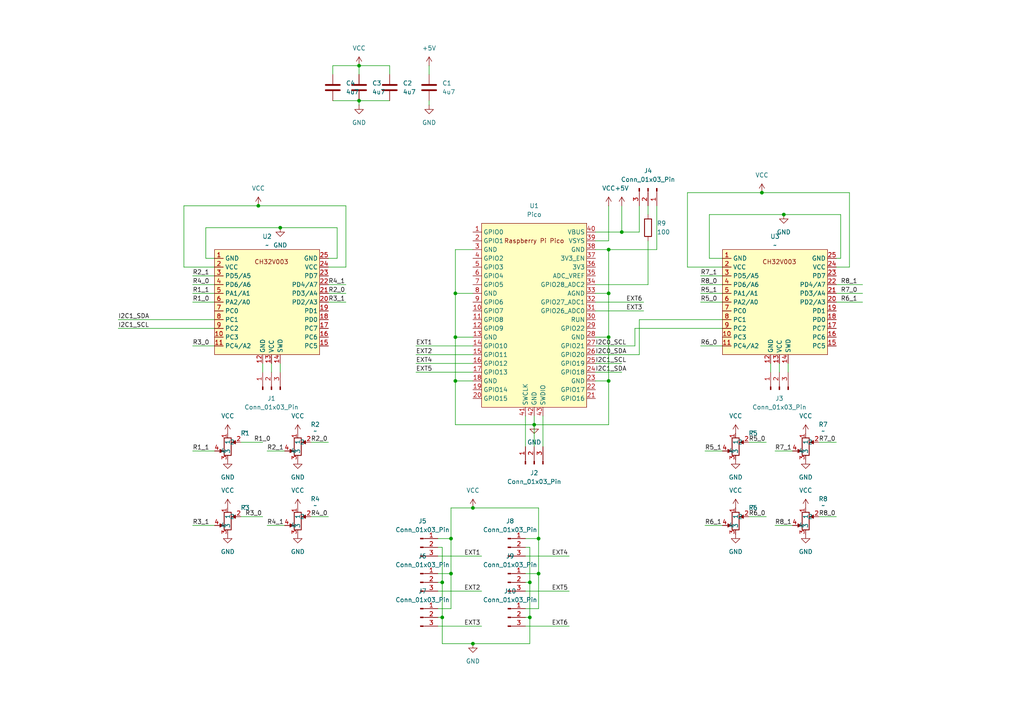
<source format=kicad_sch>
(kicad_sch (version 20250114) (generator "eeschema") (generator_version "9.0")
  (paper "A4")
  (lib_symbols
    (symbol "Connector:Conn_01x03_Pin" (pin_names (offset 1.016) (hide yes))
      (property "Reference" "J" (at 0 5.08 0))
      (property "Value" "Conn_01x03_Pin" (at 0 -5.08 0))
      (symbol "Conn_01x03_Pin_1_1"
        (rectangle (start 0.8636 2.667) (end 0 2.413) (stroke (width 0.1524)) (fill (type outline)))
        (rectangle (start 0.8636 0.127) (end 0 -0.127) (stroke (width 0.1524)) (fill (type outline)))
        (rectangle (start 0.8636 -2.413) (end 0 -2.667) (stroke (width 0.1524)) (fill (type outline)))
        (polyline (pts (xy 1.27 2.54) (xy 0.8636 2.54)) (stroke (width 0.1524)))
        (polyline (pts (xy 1.27 0) (xy 0.8636 0)) (stroke (width 0.1524)))
        (polyline (pts (xy 1.27 -2.54) (xy 0.8636 -2.54)) (stroke (width 0.1524)))
        (pin passive line (at 5.08 2.54 180) (length 3.81) (name "Pin_1") (number "1"))
        (pin passive line (at 5.08 0 180) (length 3.81) (name "Pin_2") (number "2"))
        (pin passive line (at 5.08 -2.54 180) (length 3.81) (name "Pin_3") (number "3"))
      )
    )
    (symbol "Device:C" (pin_numbers (hide yes)) (pin_names (offset 0.254))
      (property "Reference" "C" (at 0.635 2.54 0))
      (property "Value" "C" (at 0.635 -2.54 0))
      (symbol "C_0_1"
        (polyline (pts (xy -2.032 0.762) (xy 2.032 0.762)) (stroke (width 0.508)))
        (polyline (pts (xy -2.032 -0.762) (xy 2.032 -0.762)) (stroke (width 0.508)))
      )
      (symbol "C_1_1"
        (pin passive line (at 0 3.81 270) (length 2.794) (name "~") (number "1"))
        (pin passive line (at 0 -3.81 90) (length 2.794) (name "~") (number "2"))
      )
    )
    (symbol "Device:R" (pin_numbers (hide yes)) (pin_names (offset 0))
      (property "Reference" "R" (at 2.032 0 90))
      (property "Value" "R" (at 0 0 90))
      (symbol "R_0_1"
        (rectangle (start -1.016 -2.54) (end 1.016 2.54) (stroke (width 0.254)))
      )
      (symbol "R_1_1"
        (pin passive line (at 0 3.81 270) (length 1.27) (name "~") (number "1"))
        (pin passive line (at 0 -3.81 90) (length 1.27) (name "~") (number "2"))
      )
    )
    (symbol "Endless_potentiometer:0b10k"
      (property "Reference" "R" (at 4.826 -6.096 0))
      (symbol "0b10k_0_1"
        (polyline (pts (xy 0 -6.35) (xy 1.016 -6.35)))
        (polyline (pts (xy 1.397 -6.35) (xy 0.254 -6.858) (xy 0.254 -5.842) (xy 1.397 -6.35)) (fill (type outline)))
        (rectangle (start 3.556 -2.54) (end 1.524 -7.62) (stroke (width 0.254)))
        (polyline (pts (xy 3.683 -3.81) (xy 4.826 -3.302) (xy 4.826 -4.318) (xy 3.683 -3.81)) (fill (type outline)))
        (polyline (pts (xy 5.08 -3.81) (xy 4.064 -3.81)))
      )
      (symbol "0b10k_1_1"
        (pin passive line (at -1.27 -6.35 0) (length 1.27) (name "4") (number "4"))
        (pin passive line (at 2.54 -1.27 270) (length 1.27) (name "1") (number "1"))
        (pin passive line (at 2.54 -8.89 90) (length 1.27) (name "3") (number "3"))
        (pin passive line (at 6.35 -3.81 180) (length 1.27) (name "2") (number "2"))
      )
    )
    (symbol "MCU_RaspberryPi_and_Boards:Pico"
      (property "Reference" "U" (at -13.97 27.94 0))
      (property "Value" "Pico" (at 0 19.05 0))
      (symbol "Pico_0_0"
        (text "Raspberry Pi Pico" (at 0 21.59 0) (effects (font (size 1.27 1.27))))
      )
      (symbol "Pico_0_1"
        (rectangle (start -15.24 26.67) (end 15.24 -26.67) (fill (type background)))
      )
      (symbol "Pico_1_1"
        (pin bidirectional line (at -17.78 24.13 0) (length 2.54) (name "GPIO0") (number "1"))
        (pin bidirectional line (at -17.78 21.59 0) (length 2.54) (name "GPIO1") (number "2"))
        (pin power_in line (at -17.78 19.05 0) (length 2.54) (name "GND") (number "3"))
        (pin bidirectional line (at -17.78 16.51 0) (length 2.54) (name "GPIO2") (number "4"))
        (pin bidirectional line (at -17.78 13.97 0) (length 2.54) (name "GPIO3") (number "5"))
        (pin bidirectional line (at -17.78 11.43 0) (length 2.54) (name "GPIO4") (number "6"))
        (pin bidirectional line (at -17.78 8.89 0) (length 2.54) (name "GPIO5") (number "7"))
        (pin power_in line (at -17.78 6.35 0) (length 2.54) (name "GND") (number "8"))
        (pin bidirectional line (at -17.78 3.81 0) (length 2.54) (name "GPIO6") (number "9"))
        (pin bidirectional line (at -17.78 1.27 0) (length 2.54) (name "GPIO7") (number "10"))
        (pin bidirectional line (at -17.78 -1.27 0) (length 2.54) (name "GPIO8") (number "11"))
        (pin bidirectional line (at -17.78 -3.81 0) (length 2.54) (name "GPIO9") (number "12"))
        (pin power_in line (at -17.78 -6.35 0) (length 2.54) (name "GND") (number "13"))
        (pin bidirectional line (at -17.78 -8.89 0) (length 2.54) (name "GPIO10") (number "14"))
        (pin bidirectional line (at -17.78 -11.43 0) (length 2.54) (name "GPIO11") (number "15"))
        (pin bidirectional line (at -17.78 -13.97 0) (length 2.54) (name "GPIO12") (number "16"))
        (pin bidirectional line (at -17.78 -16.51 0) (length 2.54) (name "GPIO13") (number "17"))
        (pin power_in line (at -17.78 -19.05 0) (length 2.54) (name "GND") (number "18"))
        (pin bidirectional line (at -17.78 -21.59 0) (length 2.54) (name "GPIO14") (number "19"))
        (pin bidirectional line (at -17.78 -24.13 0) (length 2.54) (name "GPIO15") (number "20"))
        (pin input line (at -2.54 -29.21 90) (length 2.54) (name "SWCLK") (number "41"))
        (pin power_in line (at 0 -29.21 90) (length 2.54) (name "GND") (number "42"))
        (pin bidirectional line (at 2.54 -29.21 90) (length 2.54) (name "SWDIO") (number "43"))
        (pin power_in line (at 17.78 24.13 180) (length 2.54) (name "VBUS") (number "40"))
        (pin power_in line (at 17.78 21.59 180) (length 2.54) (name "VSYS") (number "39"))
        (pin bidirectional line (at 17.78 19.05 180) (length 2.54) (name "GND") (number "38"))
        (pin input line (at 17.78 16.51 180) (length 2.54) (name "3V3_EN") (number "37"))
        (pin power_in line (at 17.78 13.97 180) (length 2.54) (name "3V3") (number "36"))
        (pin power_in line (at 17.78 11.43 180) (length 2.54) (name "ADC_VREF") (number "35"))
        (pin bidirectional line (at 17.78 8.89 180) (length 2.54) (name "GPIO28_ADC2") (number "34"))
        (pin power_in line (at 17.78 6.35 180) (length 2.54) (name "AGND") (number "33"))
        (pin bidirectional line (at 17.78 3.81 180) (length 2.54) (name "GPIO27_ADC1") (number "32"))
        (pin bidirectional line (at 17.78 1.27 180) (length 2.54) (name "GPIO26_ADC0") (number "31"))
        (pin input line (at 17.78 -1.27 180) (length 2.54) (name "RUN") (number "30"))
        (pin bidirectional line (at 17.78 -3.81 180) (length 2.54) (name "GPIO22") (number "29"))
        (pin power_in line (at 17.78 -6.35 180) (length 2.54) (name "GND") (number "28"))
        (pin bidirectional line (at 17.78 -8.89 180) (length 2.54) (name "GPIO21") (number "27"))
        (pin bidirectional line (at 17.78 -11.43 180) (length 2.54) (name "GPIO20") (number "26"))
        (pin bidirectional line (at 17.78 -13.97 180) (length 2.54) (name "GPIO19") (number "25"))
        (pin bidirectional line (at 17.78 -16.51 180) (length 2.54) (name "GPIO18") (number "24"))
        (pin power_in line (at 17.78 -19.05 180) (length 2.54) (name "GND") (number "23"))
        (pin bidirectional line (at 17.78 -21.59 180) (length 2.54) (name "GPIO17") (number "22"))
        (pin bidirectional line (at 17.78 -24.13 180) (length 2.54) (name "GPIO16") (number "21"))
      )
    )
    (symbol "MCU_ch32v003_Board:CH32V003_V1772"
      (property "Reference" "U" (at 0 0 0))
      (symbol "CH32V003_V1772_1_1"
        (rectangle (start 0 -1.27) (end 30.48 -31.75) (fill (type background)))
        (text "CH32V003" (at 16.51 -4.826 0) (effects (font (size 1.27 1.27))))
        (pin power_in line (at 0 -3.81 0) (length 2.54) (name "GND") (number "1"))
        (pin power_in line (at 0 -6.35 0) (length 2.54) (name "VCC") (number "2"))
        (pin bidirectional line (at 0 -8.89 0) (length 2.54) (name "PD5/A5") (number "3"))
        (pin bidirectional line (at 0 -11.43 0) (length 2.54) (name "PD6/A6") (number "4"))
        (pin bidirectional line (at 0 -13.97 0) (length 2.54) (name "PA1/A1") (number "5"))
        (pin bidirectional line (at 0 -16.51 0) (length 2.54) (name "PA2/A0") (number "6"))
        (pin bidirectional line (at 0 -19.05 0) (length 2.54) (name "PC0") (number "7"))
        (pin bidirectional line (at 0 -21.59 0) (length 2.54) (name "PC1") (number "8"))
        (pin bidirectional line (at 0 -24.13 0) (length 2.54) (name "PC2") (number "9"))
        (pin bidirectional line (at 0 -26.67 0) (length 2.54) (name "PC3") (number "10"))
        (pin bidirectional line (at 0 -29.21 0) (length 2.54) (name "PC4/A2") (number "11"))
        (pin power_in line (at 13.97 -34.29 90) (length 2.54) (name "GND") (number "12"))
        (pin power_in line (at 16.51 -34.29 90) (length 2.54) (name "VCC") (number "13"))
        (pin bidirectional line (at 19.05 -34.29 90) (length 2.54) (name "SWD") (number "14"))
        (pin power_in line (at 33.02 -3.81 180) (length 2.54) (name "GND") (number "25"))
        (pin power_in line (at 33.02 -6.35 180) (length 2.54) (name "VCC") (number "24"))
        (pin bidirectional line (at 33.02 -8.89 180) (length 2.54) (name "PD7") (number "23"))
        (pin bidirectional line (at 33.02 -11.43 180) (length 2.54) (name "PD4/A7") (number "22"))
        (pin bidirectional line (at 33.02 -13.97 180) (length 2.54) (name "PD3/A4") (number "21"))
        (pin bidirectional line (at 33.02 -16.51 180) (length 2.54) (name "PD2/A3") (number "20"))
        (pin bidirectional line (at 33.02 -19.05 180) (length 2.54) (name "PD1") (number "19"))
        (pin bidirectional line (at 33.02 -21.59 180) (length 2.54) (name "PD0") (number "18"))
        (pin bidirectional line (at 33.02 -24.13 180) (length 2.54) (name "PC7") (number "17"))
        (pin bidirectional line (at 33.02 -26.67 180) (length 2.54) (name "PC6") (number "16"))
        (pin bidirectional line (at 33.02 -29.21 180) (length 2.54) (name "PC5") (number "15"))
      )
    )
    (symbol "power:+5V" (power) (pin_numbers (hide yes)) (pin_names (offset 0) (hide yes))
      (property "Value" "+5V" (at 0 3.556 0))
      (symbol "+5V_0_1"
        (polyline (pts (xy -0.762 1.27) (xy 0 2.54)))
        (polyline (pts (xy 0 2.54) (xy 0.762 1.27)))
        (polyline (pts (xy 0 0) (xy 0 2.54)))
      )
      (symbol "+5V_1_1"
        (pin power_in line (at 0 0 90) (length 0) (name "~") (number "1"))
      )
    )
    (symbol "power:GND" (power) (pin_numbers (hide yes)) (pin_names (offset 0) (hide yes))
      (property "Value" "GND" (at 0 -3.81 0))
      (symbol "GND_0_1"
        (polyline (pts (xy 0 0) (xy 0 -1.27) (xy 1.27 -1.27) (xy 0 -2.54) (xy -1.27 -1.27) (xy 0 -1.27)))
      )
      (symbol "GND_1_1"
        (pin power_in line (at 0 0 270) (length 0) (name "~") (number "1"))
      )
    )
    (symbol "power:VCC" (power) (pin_numbers (hide yes)) (pin_names (offset 0) (hide yes))
      (property "Value" "VCC" (at 0 3.556 0))
      (symbol "VCC_0_1"
        (polyline (pts (xy -0.762 1.27) (xy 0 2.54)))
        (polyline (pts (xy 0 2.54) (xy 0.762 1.27)))
        (polyline (pts (xy 0 0) (xy 0 2.54)))
      )
      (symbol "VCC_1_1"
        (pin power_in line (at 0 0 90) (length 0) (name "~") (number "1"))
      )
    )
  )
  (junction (at 81.28 66.04))
  (junction (at 132.08 110.49))
  (junction (at 104.14 29.21))
  (junction (at 130.81 156.21))
  (junction (at 153.67 168.91))
  (junction (at 176.53 72.39))
  (junction (at 154.94 123.19))
  (junction (at 153.67 179.07))
  (junction (at 128.27 179.07))
  (junction (at 128.27 168.91))
  (junction (at 104.14 19.05))
  (junction (at 176.53 97.79))
  (junction (at 74.93 59.69))
  (junction (at 132.08 85.09))
  (junction (at 227.33 62.23))
  (junction (at 132.08 97.79))
  (junction (at 156.21 156.21))
  (junction (at 156.21 166.37))
  (junction (at 137.16 186.69))
  (junction (at 130.81 166.37))
  (junction (at 176.53 85.09))
  (junction (at 180.34 67.31))
  (junction (at 176.53 110.49))
  (junction (at 137.16 147.32))
  (junction (at 220.98 55.88))
  (wire (pts (xy 243.84 62.23) (xy 243.84 74.93)))
  (wire (pts (xy 124.46 19.05) (xy 124.46 21.59)))
  (wire (pts (xy 69.85 149.86) (xy 76.2 149.86)))
  (wire (pts (xy 90.17 128.27) (xy 95.25 128.27)))
  (wire (pts (xy 81.28 66.04) (xy 59.69 66.04)))
  (wire (pts (xy 132.08 97.79) (xy 137.16 97.79)))
  (wire (pts (xy 137.16 186.69) (xy 153.67 186.69)))
  (wire (pts (xy 204.47 152.4) (xy 209.55 152.4)))
  (wire (pts (xy 246.38 55.88) (xy 246.38 77.47)))
  (wire (pts (xy 205.74 62.23) (xy 205.74 74.93)))
  (wire (pts (xy 34.29 92.71) (xy 62.23 92.71)))
  (wire (pts (xy 176.53 72.39) (xy 190.5 72.39)))
  (wire (pts (xy 154.94 123.19) (xy 154.94 129.54)))
  (wire (pts (xy 104.14 19.05) (xy 96.52 19.05)))
  (wire (pts (xy 104.14 29.21) (xy 113.03 29.21)))
  (wire (pts (xy 242.57 85.09) (xy 250.19 85.09)))
  (wire (pts (xy 127 181.61) (xy 139.7 181.61)))
  (wire (pts (xy 95.25 77.47) (xy 100.33 77.47)))
  (wire (pts (xy 154.94 120.65) (xy 154.94 123.19)))
  (wire (pts (xy 100.33 59.69) (xy 74.93 59.69)))
  (wire (pts (xy 209.55 130.81) (xy 204.47 130.81)))
  (wire (pts (xy 172.72 105.41) (xy 180.34 105.41)))
  (wire (pts (xy 242.57 87.63) (xy 250.19 87.63)))
  (wire (pts (xy 152.4 171.45) (xy 165.1 171.45)))
  (wire (pts (xy 127 156.21) (xy 130.81 156.21)))
  (wire (pts (xy 217.17 149.86) (xy 222.25 149.86)))
  (wire (pts (xy 127 158.75) (xy 128.27 158.75)))
  (wire (pts (xy 205.74 74.93) (xy 209.55 74.93)))
  (wire (pts (xy 81.28 105.41) (xy 81.28 107.95)))
  (wire (pts (xy 128.27 186.69) (xy 137.16 186.69)))
  (wire (pts (xy 53.34 77.47) (xy 62.23 77.47)))
  (wire (pts (xy 176.53 97.79) (xy 176.53 110.49)))
  (wire (pts (xy 172.72 87.63) (xy 186.69 87.63)))
  (wire (pts (xy 128.27 179.07) (xy 128.27 186.69)))
  (wire (pts (xy 96.52 29.21) (xy 104.14 29.21)))
  (wire (pts (xy 77.47 152.4) (xy 82.55 152.4)))
  (wire (pts (xy 176.53 59.69) (xy 176.53 69.85)))
  (wire (pts (xy 97.79 74.93) (xy 95.25 74.93)))
  (wire (pts (xy 172.72 102.87) (xy 185.42 102.87)))
  (wire (pts (xy 176.53 110.49) (xy 176.53 123.19)))
  (wire (pts (xy 90.17 149.86) (xy 95.25 149.86)))
  (wire (pts (xy 130.81 147.32) (xy 130.81 156.21)))
  (wire (pts (xy 100.33 77.47) (xy 100.33 59.69)))
  (wire (pts (xy 127 168.91) (xy 128.27 168.91)))
  (wire (pts (xy 74.93 59.69) (xy 53.34 59.69)))
  (wire (pts (xy 53.34 59.69) (xy 53.34 77.47)))
  (wire (pts (xy 95.25 87.63) (xy 100.33 87.63)))
  (wire (pts (xy 157.48 120.65) (xy 157.48 129.54)))
  (wire (pts (xy 113.03 19.05) (xy 113.03 21.59)))
  (wire (pts (xy 128.27 158.75) (xy 128.27 168.91)))
  (wire (pts (xy 132.08 110.49) (xy 137.16 110.49)))
  (wire (pts (xy 132.08 123.19) (xy 132.08 110.49)))
  (wire (pts (xy 199.39 55.88) (xy 199.39 77.47)))
  (wire (pts (xy 55.88 82.55) (xy 62.23 82.55)))
  (wire (pts (xy 172.72 90.17) (xy 186.69 90.17)))
  (wire (pts (xy 172.72 72.39) (xy 176.53 72.39)))
  (wire (pts (xy 152.4 161.29) (xy 165.1 161.29)))
  (wire (pts (xy 190.5 59.69) (xy 190.5 72.39)))
  (wire (pts (xy 127 161.29) (xy 139.7 161.29)))
  (wire (pts (xy 153.67 168.91) (xy 153.67 158.75)))
  (wire (pts (xy 130.81 176.53) (xy 127 176.53)))
  (wire (pts (xy 203.2 80.01) (xy 209.55 80.01)))
  (wire (pts (xy 176.53 110.49) (xy 172.72 110.49)))
  (wire (pts (xy 156.21 176.53) (xy 152.4 176.53)))
  (wire (pts (xy 185.42 59.69) (xy 185.42 67.31)))
  (wire (pts (xy 152.4 181.61) (xy 165.1 181.61)))
  (wire (pts (xy 120.65 102.87) (xy 137.16 102.87)))
  (wire (pts (xy 132.08 85.09) (xy 132.08 97.79)))
  (wire (pts (xy 156.21 156.21) (xy 156.21 166.37)))
  (wire (pts (xy 120.65 105.41) (xy 137.16 105.41)))
  (wire (pts (xy 96.52 19.05) (xy 96.52 21.59)))
  (wire (pts (xy 137.16 72.39) (xy 132.08 72.39)))
  (wire (pts (xy 127 166.37) (xy 130.81 166.37)))
  (wire (pts (xy 152.4 168.91) (xy 153.67 168.91)))
  (wire (pts (xy 132.08 97.79) (xy 132.08 110.49)))
  (wire (pts (xy 59.69 74.93) (xy 62.23 74.93)))
  (wire (pts (xy 227.33 62.23) (xy 205.74 62.23)))
  (wire (pts (xy 132.08 85.09) (xy 137.16 85.09)))
  (wire (pts (xy 187.96 59.69) (xy 187.96 62.23)))
  (wire (pts (xy 176.53 69.85) (xy 172.72 69.85)))
  (wire (pts (xy 203.2 87.63) (xy 209.55 87.63)))
  (wire (pts (xy 55.88 80.01) (xy 62.23 80.01)))
  (wire (pts (xy 180.34 59.69) (xy 180.34 67.31)))
  (wire (pts (xy 81.28 66.04) (xy 97.79 66.04)))
  (wire (pts (xy 154.94 123.19) (xy 132.08 123.19)))
  (wire (pts (xy 104.14 19.05) (xy 104.14 21.59)))
  (wire (pts (xy 172.72 97.79) (xy 176.53 97.79)))
  (wire (pts (xy 242.57 77.47) (xy 246.38 77.47)))
  (wire (pts (xy 132.08 72.39) (xy 132.08 85.09)))
  (wire (pts (xy 227.33 62.23) (xy 243.84 62.23)))
  (wire (pts (xy 153.67 186.69) (xy 153.67 179.07)))
  (wire (pts (xy 220.98 55.88) (xy 199.39 55.88)))
  (wire (pts (xy 180.34 67.31) (xy 185.42 67.31)))
  (wire (pts (xy 246.38 55.88) (xy 220.98 55.88)))
  (wire (pts (xy 128.27 168.91) (xy 128.27 179.07)))
  (wire (pts (xy 62.23 130.81) (xy 55.88 130.81)))
  (wire (pts (xy 172.72 100.33) (xy 184.15 100.33)))
  (wire (pts (xy 152.4 179.07) (xy 153.67 179.07)))
  (wire (pts (xy 176.53 123.19) (xy 154.94 123.19)))
  (wire (pts (xy 223.52 105.41) (xy 223.52 107.95)))
  (wire (pts (xy 78.74 105.41) (xy 78.74 107.95)))
  (wire (pts (xy 172.72 67.31) (xy 180.34 67.31)))
  (wire (pts (xy 77.47 130.81) (xy 82.55 130.81)))
  (wire (pts (xy 237.49 149.86) (xy 242.57 149.86)))
  (wire (pts (xy 55.88 152.4) (xy 62.23 152.4)))
  (wire (pts (xy 184.15 95.25) (xy 184.15 100.33)))
  (wire (pts (xy 59.69 66.04) (xy 59.69 74.93)))
  (wire (pts (xy 137.16 147.32) (xy 130.81 147.32)))
  (wire (pts (xy 55.88 87.63) (xy 62.23 87.63)))
  (wire (pts (xy 137.16 147.32) (xy 156.21 147.32)))
  (wire (pts (xy 209.55 95.25) (xy 184.15 95.25)))
  (wire (pts (xy 224.79 152.4) (xy 229.87 152.4)))
  (wire (pts (xy 104.14 19.05) (xy 113.03 19.05)))
  (wire (pts (xy 153.67 179.07) (xy 153.67 168.91)))
  (wire (pts (xy 156.21 147.32) (xy 156.21 156.21)))
  (wire (pts (xy 130.81 166.37) (xy 130.81 176.53)))
  (wire (pts (xy 127 179.07) (xy 128.27 179.07)))
  (wire (pts (xy 217.17 128.27) (xy 222.25 128.27)))
  (wire (pts (xy 185.42 92.71) (xy 209.55 92.71)))
  (wire (pts (xy 176.53 85.09) (xy 172.72 85.09)))
  (wire (pts (xy 203.2 85.09) (xy 209.55 85.09)))
  (wire (pts (xy 153.67 158.75) (xy 152.4 158.75)))
  (wire (pts (xy 34.29 95.25) (xy 62.23 95.25)))
  (wire (pts (xy 176.53 72.39) (xy 176.53 85.09)))
  (wire (pts (xy 224.79 130.81) (xy 229.87 130.81)))
  (wire (pts (xy 69.85 128.27) (xy 76.2 128.27)))
  (wire (pts (xy 124.46 29.21) (xy 124.46 30.48)))
  (wire (pts (xy 172.72 107.95) (xy 180.34 107.95)))
  (wire (pts (xy 209.55 77.47) (xy 199.39 77.47)))
  (wire (pts (xy 242.57 82.55) (xy 250.19 82.55)))
  (wire (pts (xy 228.6 105.41) (xy 228.6 107.95)))
  (wire (pts (xy 152.4 120.65) (xy 152.4 129.54)))
  (wire (pts (xy 97.79 66.04) (xy 97.79 74.93)))
  (wire (pts (xy 152.4 156.21) (xy 156.21 156.21)))
  (wire (pts (xy 156.21 166.37) (xy 156.21 176.53)))
  (wire (pts (xy 120.65 107.95) (xy 137.16 107.95)))
  (wire (pts (xy 242.57 128.27) (xy 237.49 128.27)))
  (wire (pts (xy 130.81 156.21) (xy 130.81 166.37)))
  (wire (pts (xy 100.33 85.09) (xy 95.25 85.09)))
  (wire (pts (xy 127 171.45) (xy 139.7 171.45)))
  (wire (pts (xy 120.65 100.33) (xy 137.16 100.33)))
  (wire (pts (xy 55.88 100.33) (xy 62.23 100.33)))
  (wire (pts (xy 203.2 100.33) (xy 209.55 100.33)))
  (wire (pts (xy 104.14 29.21) (xy 104.14 30.48)))
  (wire (pts (xy 242.57 74.93) (xy 243.84 74.93)))
  (wire (pts (xy 187.96 69.85) (xy 187.96 82.55)))
  (wire (pts (xy 100.33 82.55) (xy 95.25 82.55)))
  (wire (pts (xy 203.2 82.55) (xy 209.55 82.55)))
  (wire (pts (xy 152.4 166.37) (xy 156.21 166.37)))
  (wire (pts (xy 176.53 97.79) (xy 176.53 85.09)))
  (wire (pts (xy 185.42 92.71) (xy 185.42 102.87)))
  (wire (pts (xy 55.88 85.09) (xy 62.23 85.09)))
  (wire (pts (xy 226.06 105.41) (xy 226.06 107.95)))
  (wire (pts (xy 172.72 82.55) (xy 187.96 82.55)))
  (wire (pts (xy 76.2 105.41) (xy 76.2 107.95)))
  (label "I2C1_SCL" (at 34.29 95.25 0))
  (label "R6_0" (at 203.2 100.33 0))
  (label "I2C1_SCL" (at 172.72 105.41 0))
  (label "EXT6" (at 181.61 87.63 0))
  (label "R3_0" (at 71.12 149.86 0))
  (label "R2_0" (at 90.17 128.27 0))
  (label "R1_1" (at 55.88 85.09 0))
  (label "R7_0" (at 243.84 85.09 0))
  (label "R3_1" (at 95.25 87.63 0))
  (label "R2_0" (at 95.25 85.09 0))
  (label "EXT1" (at 134.62 161.29 0))
  (label "I2C1_SDA" (at 172.72 107.95 0))
  (label "R1_1" (at 55.88 130.81 0))
  (label "R5_1" (at 204.47 130.81 0))
  (label "R5_0" (at 203.2 87.63 0))
  (label "EXT4" (at 120.65 105.41 0))
  (label "R8_0" (at 237.49 149.86 0))
  (label "EXT3" (at 181.61 90.17 0))
  (label "R2_1" (at 77.47 130.81 0))
  (label "R4_1" (at 77.47 152.4 0))
  (label "I2C0_SDA" (at 172.72 102.87 0))
  (label "R6_0" (at 217.17 149.86 0))
  (label "R3_1" (at 55.88 152.4 0))
  (label "R4_0" (at 90.17 149.86 0))
  (label "I2C1_SDA" (at 34.29 92.71 0))
  (label "R6_1" (at 204.47 152.4 0))
  (label "EXT2" (at 134.62 171.45 0))
  (label "R4_1" (at 95.25 82.55 0))
  (label "R6_1" (at 243.84 87.63 0))
  (label "R8_1" (at 224.79 152.4 0))
  (label "R8_1" (at 243.84 82.55 0))
  (label "EXT3" (at 134.62 181.61 0))
  (label "R2_1" (at 55.88 80.01 0))
  (label "R8_0" (at 203.2 82.55 0))
  (label "R4_0" (at 55.88 82.55 0))
  (label "R5_1" (at 203.2 85.09 0))
  (label "EXT5" (at 120.65 107.95 0))
  (label "R7_1" (at 203.2 80.01 0))
  (label "EXT5" (at 160.02 171.45 0))
  (label "R7_1" (at 224.79 130.81 0))
  (label "I2C0_SCL" (at 172.72 100.33 0))
  (label "EXT6" (at 160.02 181.61 0))
  (label "R3_0" (at 55.88 100.33 0))
  (label "R7_0" (at 237.49 128.27 0))
  (label "R1_0" (at 73.66 128.27 0))
  (label "EXT2" (at 120.65 102.87 0))
  (label "R5_0" (at 217.17 128.27 0))
  (label "EXT4" (at 160.02 161.29 0))
  (label "EXT1" (at 120.65 100.33 0))
  (label "R1_0" (at 55.88 87.63 0))
  (symbol (lib_id "power:VCC") (at 176.53 59.69 0) (unit 1)
    (property "Reference" "#PWR020" (effects (hide yes)))
    (property "Value" "VCC" (at 176.53 54.61 0))
    (property "Description" "Power symbol creates a global label with name \"VCC\"" (effects (hide yes)))
  )
  (symbol (lib_id "Connector:Conn_01x03_Pin") (at 147.32 179.07 0) (unit 1)
    (property "Reference" "J10" (at 147.955 171.45 0))
    (property "Value" "Conn_01x03_Pin" (at 147.955 173.99 0))
    (property "Footprint" "Connector_PinHeader_2.54mm:PinHeader_1x03_P2.54mm_Vertical" (effects (hide yes)))
    (property "Description" "Generic connector, single row, 01x03, script generated" (effects (hide yes)))
  )
  (symbol (lib_id "power:GND") (at 66.04 133.35 0) (unit 1)
    (property "Reference" "#PWR01" (effects (hide yes)))
    (property "Value" "GND" (at 66.04 138.43 0))
    (property "Description" "Power symbol creates a global label with name \"GND\" , ground" (effects (hide yes)))
  )
  (symbol (lib_id "Connector:Conn_01x03_Pin") (at 154.94 134.62 90) (unit 1)
    (property "Reference" "J2" (at 154.94 137.16 90))
    (property "Value" "Conn_01x03_Pin" (at 154.94 139.7 90))
    (property "Footprint" "Connector_PinHeader_2.54mm:PinHeader_1x03_P2.54mm_Vertical" (effects (hide yes)))
    (property "Description" "Generic connector, single row, 01x03, script generated" (effects (hide yes)))
  )
  (symbol (lib_id "MCU_ch32v003_Board:CH32V003_V1772") (at 62.23 71.12 0) (unit 1)
    (property "Reference" "U2" (at 77.47 68.58 0))
    (property "Value" "~" (at 77.47 71.12 0))
    (property "Footprint" "MCU_ch32v003_Board:CH32FV003 F1772" (effects (hide yes)))
  )
  (symbol (lib_id "power:GND") (at 233.68 154.94 0) (unit 1)
    (property "Reference" "#PWR016" (effects (hide yes)))
    (property "Value" "GND" (at 233.68 160.02 0))
    (property "Description" "Power symbol creates a global label with name \"GND\" , ground" (effects (hide yes)))
  )
  (symbol (lib_id "Endless_potentiometer:0b10k") (at 63.5 124.46 0) (unit 1)
    (property "Reference" "R1" (at 71.12 125.6598 0))
    (property "Value" "~" (at 71.12 125.0249 0))
    (property "Footprint" "Endless_potentiometer:Endless_potentiometer" (effects (hide yes)))
  )
  (symbol (lib_id "power:VCC") (at 66.04 125.73 0) (unit 1)
    (property "Reference" "#PWR08" (effects (hide yes)))
    (property "Value" "VCC" (at 66.04 120.65 0))
    (property "Description" "Power symbol creates a global label with name \"VCC\"" (effects (hide yes)))
  )
  (symbol (lib_id "Device:C") (at 96.52 25.4 0) (unit 1)
    (property "Reference" "C4" (at 100.33 24.1299 0) (effects (justify left)))
    (property "Value" "4u7" (at 100.33 26.6699 0) (effects (justify left)))
    (property "Footprint" "Capacitor_SMD:C_0805_2012Metric_Pad1.18x1.45mm_HandSolder" (effects (hide yes)))
    (property "Description" "Unpolarized capacitor" (effects (hide yes)))
  )
  (symbol (lib_id "power:GND") (at 154.94 123.19 0) (unit 1)
    (property "Reference" "#PWR019" (effects (hide yes)))
    (property "Value" "GND" (at 154.94 128.27 0))
    (property "Description" "Power symbol creates a global label with name \"GND\" , ground" (effects (hide yes)))
  )
  (symbol (lib_id "power:GND") (at 86.36 154.94 0) (unit 1)
    (property "Reference" "#PWR03" (effects (hide yes)))
    (property "Value" "GND" (at 86.36 160.02 0))
    (property "Description" "Power symbol creates a global label with name \"GND\" , ground" (effects (hide yes)))
  )
  (symbol (lib_id "Device:C") (at 104.14 25.4 0) (unit 1)
    (property "Reference" "C3" (at 107.95 24.1299 0) (effects (justify left)))
    (property "Value" "4u7" (at 107.95 26.6699 0) (effects (justify left)))
    (property "Footprint" "Capacitor_SMD:C_0805_2012Metric_Pad1.18x1.45mm_HandSolder" (effects (hide yes)))
    (property "Description" "Unpolarized capacitor" (effects (hide yes)))
  )
  (symbol (lib_id "power:GND") (at 66.04 154.94 0) (unit 1)
    (property "Reference" "#PWR04" (effects (hide yes)))
    (property "Value" "GND" (at 66.04 160.02 0))
    (property "Description" "Power symbol creates a global label with name \"GND\" , ground" (effects (hide yes)))
  )
  (symbol (lib_id "Connector:Conn_01x03_Pin") (at 121.92 179.07 0) (unit 1)
    (property "Reference" "J7" (at 122.555 171.45 0))
    (property "Value" "Conn_01x03_Pin" (at 122.555 173.99 0))
    (property "Footprint" "Connector_PinHeader_2.54mm:PinHeader_1x03_P2.54mm_Vertical" (effects (hide yes)))
    (property "Description" "Generic connector, single row, 01x03, script generated" (effects (hide yes)))
  )
  (symbol (lib_id "Endless_potentiometer:0b10k") (at 231.14 146.05 0) (unit 1)
    (property "Reference" "R8" (at 238.76 144.7098 0))
    (property "Value" "~" (at 238.76 146.6149 0))
    (property "Footprint" "Endless_potentiometer:Endless_potentiometer" (effects (hide yes)))
  )
  (symbol (lib_id "power:VCC") (at 104.14 19.05 0) (unit 1)
    (property "Reference" "#PWR026" (effects (hide yes)))
    (property "Value" "VCC" (at 104.14 13.97 0))
    (property "Description" "Power symbol creates a global label with name \"VCC\"" (effects (hide yes)))
  )
  (symbol (lib_id "power:GND") (at 233.68 133.35 0) (unit 1)
    (property "Reference" "#PWR014" (effects (hide yes)))
    (property "Value" "GND" (at 233.68 138.43 0))
    (property "Description" "Power symbol creates a global label with name \"GND\" , ground" (effects (hide yes)))
  )
  (symbol (lib_id "power:VCC") (at 86.36 147.32 0) (unit 1)
    (property "Reference" "#PWR06" (effects (hide yes)))
    (property "Value" "VCC" (at 86.36 142.24 0))
    (property "Description" "Power symbol creates a global label with name \"VCC\"" (effects (hide yes)))
  )
  (symbol (lib_id "Connector:Conn_01x03_Pin") (at 121.92 168.91 0) (unit 1)
    (property "Reference" "J6" (at 122.555 161.29 0))
    (property "Value" "Conn_01x03_Pin" (at 122.555 163.83 0))
    (property "Footprint" "Connector_PinHeader_2.54mm:PinHeader_1x03_P2.54mm_Vertical" (effects (hide yes)))
    (property "Description" "Generic connector, single row, 01x03, script generated" (effects (hide yes)))
  )
  (symbol (lib_id "power:VCC") (at 86.36 125.73 0) (unit 1)
    (property "Reference" "#PWR07" (effects (hide yes)))
    (property "Value" "VCC" (at 86.36 120.65 0))
    (property "Description" "Power symbol creates a global label with name \"VCC\"" (effects (hide yes)))
  )
  (symbol (lib_id "MCU_ch32v003_Board:CH32V003_V1772") (at 209.55 71.12 0) (unit 1)
    (property "Reference" "U3" (at 224.79 68.58 0))
    (property "Value" "~" (at 224.79 71.12 0))
    (property "Footprint" "MCU_ch32v003_Board:CH32FV003 F1772" (effects (hide yes)))
  )
  (symbol (lib_id "power:VCC") (at 233.68 125.73 0) (unit 1)
    (property "Reference" "#PWR013" (effects (hide yes)))
    (property "Value" "VCC" (at 233.68 120.65 0))
    (property "Description" "Power symbol creates a global label with name \"VCC\"" (effects (hide yes)))
  )
  (symbol (lib_id "Endless_potentiometer:0b10k") (at 83.82 124.46 0) (unit 1)
    (property "Reference" "R2" (at 91.44 123.1198 0))
    (property "Value" "~" (at 91.44 125.0249 0))
    (property "Footprint" "Endless_potentiometer:Endless_potentiometer" (effects (hide yes)))
  )
  (symbol (lib_id "power:GND") (at 86.36 133.35 0) (unit 1)
    (property "Reference" "#PWR02" (effects (hide yes)))
    (property "Value" "GND" (at 86.36 138.43 0))
    (property "Description" "Power symbol creates a global label with name \"GND\" , ground" (effects (hide yes)))
  )
  (symbol (lib_id "power:VCC") (at 213.36 147.32 0) (unit 1)
    (property "Reference" "#PWR011" (effects (hide yes)))
    (property "Value" "VCC" (at 213.36 142.24 0))
    (property "Description" "Power symbol creates a global label with name \"VCC\"" (effects (hide yes)))
  )
  (symbol (lib_id "Endless_potentiometer:0b10k") (at 210.82 124.46 0) (unit 1)
    (property "Reference" "R5" (at 218.44 125.6598 0))
    (property "Value" "~" (at 218.44 125.0249 0))
    (property "Footprint" "Endless_potentiometer:Endless_potentiometer" (effects (hide yes)))
  )
  (symbol (lib_id "power:GND") (at 213.36 154.94 0) (unit 1)
    (property "Reference" "#PWR012" (effects (hide yes)))
    (property "Value" "GND" (at 213.36 160.02 0))
    (property "Description" "Power symbol creates a global label with name \"GND\" , ground" (effects (hide yes)))
  )
  (symbol (lib_id "Device:C") (at 124.46 25.4 0) (unit 1)
    (property "Reference" "C1" (at 128.27 24.1299 0) (effects (justify left)))
    (property "Value" "4u7" (at 128.27 26.6699 0) (effects (justify left)))
    (property "Footprint" "Capacitor_SMD:C_0805_2012Metric_Pad1.18x1.45mm_HandSolder" (effects (hide yes)))
    (property "Description" "Unpolarized capacitor" (effects (hide yes)))
  )
  (symbol (lib_id "Device:R") (at 187.96 66.04 0) (unit 1)
    (property "Reference" "R9" (at 190.5 64.7699 0) (effects (justify left)))
    (property "Value" "100" (at 190.5 67.3099 0) (effects (justify left)))
    (property "Footprint" "Resistor_SMD:R_0603_1608Metric_Pad0.98x0.95mm_HandSolder" (effects (hide yes)))
    (property "Description" "Resistor" (effects (hide yes)))
  )
  (symbol (lib_id "power:VCC") (at 233.68 147.32 0) (unit 1)
    (property "Reference" "#PWR015" (effects (hide yes)))
    (property "Value" "VCC" (at 233.68 142.24 0))
    (property "Description" "Power symbol creates a global label with name \"VCC\"" (effects (hide yes)))
  )
  (symbol (lib_id "power:VCC") (at 220.98 55.88 0) (unit 1)
    (property "Reference" "#PWR021" (effects (hide yes)))
    (property "Value" "VCC" (at 220.98 50.8 0))
    (property "Description" "Power symbol creates a global label with name \"VCC\"" (effects (hide yes)))
  )
  (symbol (lib_id "Endless_potentiometer:0b10k") (at 210.82 146.05 0) (unit 1)
    (property "Reference" "R6" (at 218.44 147.2498 0))
    (property "Value" "~" (at 218.44 146.6149 0))
    (property "Footprint" "Endless_potentiometer:Endless_potentiometer" (effects (hide yes)))
  )
  (symbol (lib_id "Connector:Conn_01x03_Pin") (at 187.96 54.61 270) (unit 1)
    (property "Reference" "J4" (at 187.96 49.53 90))
    (property "Value" "Conn_01x03_Pin" (at 187.96 52.07 90))
    (property "Footprint" "Connector_PinHeader_2.54mm:PinHeader_1x03_P2.54mm_Vertical" (effects (hide yes)))
    (property "Description" "Generic connector, single row, 01x03, script generated" (effects (hide yes)))
  )
  (symbol (lib_id "Device:C") (at 113.03 25.4 0) (unit 1)
    (property "Reference" "C2" (at 116.84 24.1299 0) (effects (justify left)))
    (property "Value" "4u7" (at 116.84 26.6699 0) (effects (justify left)))
    (property "Footprint" "Capacitor_SMD:C_0805_2012Metric_Pad1.18x1.45mm_HandSolder" (effects (hide yes)))
    (property "Description" "Unpolarized capacitor" (effects (hide yes)))
  )
  (symbol (lib_id "Endless_potentiometer:0b10k") (at 231.14 124.46 0) (unit 1)
    (property "Reference" "R7" (at 238.76 123.1198 0))
    (property "Value" "~" (at 238.76 125.0249 0))
    (property "Footprint" "Endless_potentiometer:Endless_potentiometer" (effects (hide yes)))
  )
  (symbol (lib_id "power:VCC") (at 74.93 59.69 0) (unit 1)
    (property "Reference" "#PWR017" (effects (hide yes)))
    (property "Value" "VCC" (at 74.93 54.61 0))
    (property "Description" "Power symbol creates a global label with name \"VCC\"" (effects (hide yes)))
  )
  (symbol (lib_id "Endless_potentiometer:0b10k") (at 83.82 146.05 0) (unit 1)
    (property "Reference" "R4" (at 91.44 144.7098 0))
    (property "Value" "~" (at 91.44 146.6149 0))
    (property "Footprint" "Endless_potentiometer:Endless_potentiometer" (effects (hide yes)))
  )
  (symbol (lib_id "power:GND") (at 81.28 66.04 0) (unit 1)
    (property "Reference" "#PWR018" (effects (hide yes)))
    (property "Value" "GND" (at 81.28 71.12 0))
    (property "Description" "Power symbol creates a global label with name \"GND\" , ground" (effects (hide yes)))
  )
  (symbol (lib_id "power:GND") (at 124.46 30.48 0) (unit 1)
    (property "Reference" "#PWR025" (effects (hide yes)))
    (property "Value" "GND" (at 124.46 35.56 0))
    (property "Description" "Power symbol creates a global label with name \"GND\" , ground" (effects (hide yes)))
  )
  (symbol (lib_id "Connector:Conn_01x03_Pin") (at 78.74 113.03 90) (unit 1)
    (property "Reference" "J1" (at 78.74 115.57 90))
    (property "Value" "Conn_01x03_Pin" (at 78.74 118.11 90))
    (property "Footprint" "Connector_PinHeader_2.54mm:PinHeader_1x03_P2.54mm_Vertical" (effects (hide yes)))
    (property "Description" "Generic connector, single row, 01x03, script generated" (effects (hide yes)))
  )
  (symbol (lib_id "Connector:Conn_01x03_Pin") (at 147.32 158.75 0) (unit 1)
    (property "Reference" "J8" (at 147.955 151.13 0))
    (property "Value" "Conn_01x03_Pin" (at 147.955 153.67 0))
    (property "Footprint" "Connector_PinHeader_2.54mm:PinHeader_1x03_P2.54mm_Vertical" (effects (hide yes)))
    (property "Description" "Generic connector, single row, 01x03, script generated" (effects (hide yes)))
  )
  (symbol (lib_id "power:VCC") (at 66.04 147.32 0) (unit 1)
    (property "Reference" "#PWR05" (effects (hide yes)))
    (property "Value" "VCC" (at 66.04 142.24 0))
    (property "Description" "Power symbol creates a global label with name \"VCC\"" (effects (hide yes)))
  )
  (symbol (lib_id "power:VCC") (at 137.16 147.32 0) (unit 1)
    (property "Reference" "#PWR029" (effects (hide yes)))
    (property "Value" "VCC" (at 137.16 142.24 0))
    (property "Description" "Power symbol creates a global label with name \"VCC\"" (effects (hide yes)))
  )
  (symbol (lib_id "power:GND") (at 227.33 62.23 0) (unit 1)
    (property "Reference" "#PWR022" (effects (hide yes)))
    (property "Value" "GND" (at 227.33 67.31 0))
    (property "Description" "Power symbol creates a global label with name \"GND\" , ground" (effects (hide yes)))
  )
  (symbol (lib_id "MCU_RaspberryPi_and_Boards:Pico") (at 154.94 91.44 0) (unit 1)
    (property "Reference" "U1" (at 154.94 59.69 0))
    (property "Value" "Pico" (at 154.94 62.23 0))
    (property "Footprint" "MCU_RaspberryPi_and_Boards:RPi_Pico_SMD_TH" (effects (hide yes)))
  )
  (symbol (lib_id "Connector:Conn_01x03_Pin") (at 121.92 158.75 0) (unit 1)
    (property "Reference" "J5" (at 122.555 151.13 0))
    (property "Value" "Conn_01x03_Pin" (at 122.555 153.67 0))
    (property "Footprint" "Connector_PinHeader_2.54mm:PinHeader_1x03_P2.54mm_Vertical" (effects (hide yes)))
    (property "Description" "Generic connector, single row, 01x03, script generated" (effects (hide yes)))
  )
  (symbol (lib_id "Connector:Conn_01x03_Pin") (at 226.06 113.03 90) (unit 1)
    (property "Reference" "J3" (at 226.06 115.57 90))
    (property "Value" "Conn_01x03_Pin" (at 226.06 118.11 90))
    (property "Footprint" "Connector_PinHeader_2.54mm:PinHeader_1x03_P2.54mm_Vertical" (effects (hide yes)))
    (property "Description" "Generic connector, single row, 01x03, script generated" (effects (hide yes)))
  )
  (symbol (lib_id "power:GND") (at 213.36 133.35 0) (unit 1)
    (property "Reference" "#PWR010" (effects (hide yes)))
    (property "Value" "GND" (at 213.36 138.43 0))
    (property "Description" "Power symbol creates a global label with name \"GND\" , ground" (effects (hide yes)))
  )
  (symbol (lib_id "Endless_potentiometer:0b10k") (at 63.5 146.05 0) (unit 1)
    (property "Reference" "R3" (at 71.12 147.2498 0))
    (property "Value" "~" (at 71.12 146.6149 0))
    (property "Footprint" "Endless_potentiometer:Endless_potentiometer" (effects (hide yes)))
  )
  (symbol (lib_id "power:GND") (at 104.14 30.48 0) (unit 1)
    (property "Reference" "#PWR027" (effects (hide yes)))
    (property "Value" "GND" (at 104.14 35.56 0))
    (property "Description" "Power symbol creates a global label with name \"GND\" , ground" (effects (hide yes)))
  )
  (symbol (lib_id "power:+5V") (at 180.34 59.69 0) (unit 1)
    (property "Reference" "#PWR023" (effects (hide yes)))
    (property "Value" "+5V" (at 180.34 54.61 0))
    (property "Description" "Power symbol creates a global label with name \"+5V\"" (effects (hide yes)))
  )
  (symbol (lib_id "power:GND") (at 137.16 186.69 0) (unit 1)
    (property "Reference" "#PWR028" (effects (hide yes)))
    (property "Value" "GND" (at 137.16 191.77 0))
    (property "Description" "Power symbol creates a global label with name \"GND\" , ground" (effects (hide yes)))
  )
  (symbol (lib_id "power:+5V") (at 124.46 19.05 0) (unit 1)
    (property "Reference" "#PWR024" (effects (hide yes)))
    (property "Value" "+5V" (at 124.46 13.97 0))
    (property "Description" "Power symbol creates a global label with name \"+5V\"" (effects (hide yes)))
  )
  (symbol (lib_id "Connector:Conn_01x03_Pin") (at 147.32 168.91 0) (unit 1)
    (property "Reference" "J9" (at 147.955 161.29 0))
    (property "Value" "Conn_01x03_Pin" (at 147.955 163.83 0))
    (property "Footprint" "Connector_PinHeader_2.54mm:PinHeader_1x03_P2.54mm_Vertical" (effects (hide yes)))
    (property "Description" "Generic connector, single row, 01x03, script generated" (effects (hide yes)))
  )
  (symbol (lib_id "power:VCC") (at 213.36 125.73 0) (unit 1)
    (property "Reference" "#PWR09" (effects (hide yes)))
    (property "Value" "VCC" (at 213.36 120.65 0))
    (property "Description" "Power symbol creates a global label with name \"VCC\"" (effects (hide yes)))
  )
)
</source>
